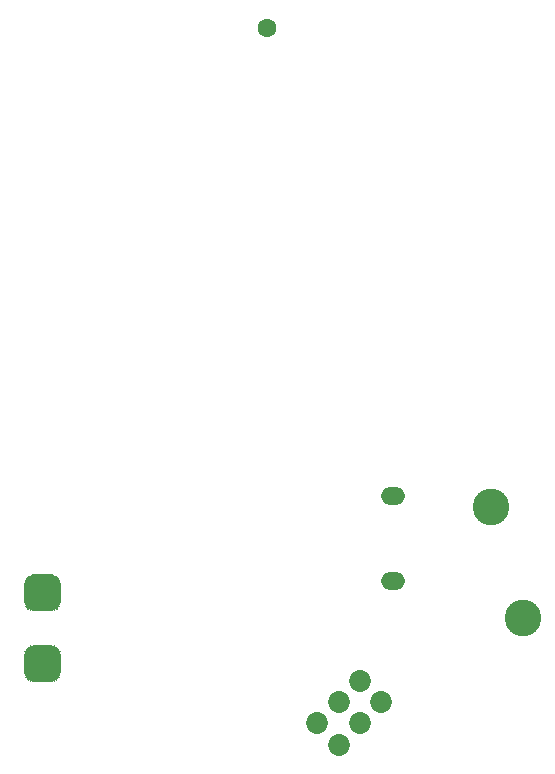
<source format=gbr>
G04 #@! TF.GenerationSoftware,KiCad,Pcbnew,(5.1.9)-1*
G04 #@! TF.CreationDate,2021-01-19T13:28:18-05:00*
G04 #@! TF.ProjectId,Star,53746172-2e6b-4696-9361-645f70636258,rev?*
G04 #@! TF.SameCoordinates,Original*
G04 #@! TF.FileFunction,Soldermask,Bot*
G04 #@! TF.FilePolarity,Negative*
%FSLAX46Y46*%
G04 Gerber Fmt 4.6, Leading zero omitted, Abs format (unit mm)*
G04 Created by KiCad (PCBNEW (5.1.9)-1) date 2021-01-19 13:28:18*
%MOMM*%
%LPD*%
G01*
G04 APERTURE LIST*
%ADD10C,3.101599*%
%ADD11O,2.051600X1.501600*%
%ADD12C,1.601600*%
%ADD13C,1.851600*%
%ADD14C,0.100000*%
G04 APERTURE END LIST*
D10*
X121700000Y-99100000D03*
D11*
X110640000Y-88825000D03*
X110640000Y-95975000D03*
D10*
X119000000Y-89750000D03*
D12*
X100000000Y-49170000D03*
D13*
X109673903Y-106269083D03*
X107877852Y-104473032D03*
X107877852Y-108065135D03*
X106081800Y-106269083D03*
X106081800Y-109861186D03*
X104285749Y-108065135D03*
G36*
G01*
X82550800Y-96224600D02*
X82550800Y-97775400D01*
G75*
G02*
X81775400Y-98550800I-775400J0D01*
G01*
X80224600Y-98550800D01*
G75*
G02*
X79449200Y-97775400I0J775400D01*
G01*
X79449200Y-96224600D01*
G75*
G02*
X80224600Y-95449200I775400J0D01*
G01*
X81775400Y-95449200D01*
G75*
G02*
X82550800Y-96224600I0J-775400D01*
G01*
G37*
G36*
G01*
X82550800Y-102224600D02*
X82550800Y-103775400D01*
G75*
G02*
X81775400Y-104550800I-775400J0D01*
G01*
X80224600Y-104550800D01*
G75*
G02*
X79449200Y-103775400I0J775400D01*
G01*
X79449200Y-102224600D01*
G75*
G02*
X80224600Y-101449200I775400J0D01*
G01*
X81775400Y-101449200D01*
G75*
G02*
X82550800Y-102224600I0J-775400D01*
G01*
G37*
D14*
G36*
X79451190Y-103775204D02*
G01*
X79466069Y-103926278D01*
X79510081Y-104071364D01*
X79581549Y-104205073D01*
X79677730Y-104322270D01*
X79794927Y-104418451D01*
X79928636Y-104489919D01*
X80073722Y-104533931D01*
X80224796Y-104548810D01*
X80226422Y-104549975D01*
X80226226Y-104551965D01*
X80224600Y-104552800D01*
X80167334Y-104552800D01*
X80167138Y-104552790D01*
X80022144Y-104538510D01*
X80021759Y-104538434D01*
X79888319Y-104497955D01*
X79887957Y-104497805D01*
X79764989Y-104432077D01*
X79764663Y-104431859D01*
X79656876Y-104343401D01*
X79656599Y-104343124D01*
X79568141Y-104235337D01*
X79567923Y-104235011D01*
X79502195Y-104112043D01*
X79502045Y-104111681D01*
X79461566Y-103978241D01*
X79461490Y-103977856D01*
X79447210Y-103832862D01*
X79447200Y-103832666D01*
X79447200Y-103775400D01*
X79448200Y-103773668D01*
X79450200Y-103773668D01*
X79451190Y-103775204D01*
G37*
G36*
X82551965Y-103773774D02*
G01*
X82552800Y-103775400D01*
X82552800Y-103832666D01*
X82552790Y-103832862D01*
X82538510Y-103977856D01*
X82538434Y-103978241D01*
X82497955Y-104111681D01*
X82497805Y-104112043D01*
X82432077Y-104235011D01*
X82431859Y-104235337D01*
X82343401Y-104343124D01*
X82343124Y-104343401D01*
X82235337Y-104431859D01*
X82235011Y-104432077D01*
X82112043Y-104497805D01*
X82111681Y-104497955D01*
X81978241Y-104538434D01*
X81977856Y-104538510D01*
X81832862Y-104552790D01*
X81832666Y-104552800D01*
X81775400Y-104552800D01*
X81773668Y-104551800D01*
X81773668Y-104549800D01*
X81775204Y-104548810D01*
X81926278Y-104533931D01*
X82071364Y-104489919D01*
X82205073Y-104418451D01*
X82322270Y-104322270D01*
X82418451Y-104205073D01*
X82489919Y-104071364D01*
X82533931Y-103926278D01*
X82548810Y-103775204D01*
X82549975Y-103773578D01*
X82551965Y-103773774D01*
G37*
G36*
X80226332Y-101448200D02*
G01*
X80226332Y-101450200D01*
X80224796Y-101451190D01*
X80073722Y-101466069D01*
X79928636Y-101510081D01*
X79794927Y-101581549D01*
X79677730Y-101677730D01*
X79581549Y-101794927D01*
X79510081Y-101928636D01*
X79466069Y-102073722D01*
X79451190Y-102224796D01*
X79450025Y-102226422D01*
X79448035Y-102226226D01*
X79447200Y-102224600D01*
X79447200Y-102167334D01*
X79447210Y-102167138D01*
X79461490Y-102022144D01*
X79461566Y-102021759D01*
X79502045Y-101888319D01*
X79502195Y-101887957D01*
X79567923Y-101764989D01*
X79568141Y-101764663D01*
X79656599Y-101656876D01*
X79656876Y-101656599D01*
X79764663Y-101568141D01*
X79764989Y-101567923D01*
X79887957Y-101502195D01*
X79888319Y-101502045D01*
X80021759Y-101461566D01*
X80022144Y-101461490D01*
X80167138Y-101447210D01*
X80167334Y-101447200D01*
X80224600Y-101447200D01*
X80226332Y-101448200D01*
G37*
G36*
X81832862Y-101447210D02*
G01*
X81977856Y-101461490D01*
X81978241Y-101461566D01*
X82111681Y-101502045D01*
X82112043Y-101502195D01*
X82235011Y-101567923D01*
X82235337Y-101568141D01*
X82343124Y-101656599D01*
X82343401Y-101656876D01*
X82431859Y-101764663D01*
X82432077Y-101764989D01*
X82497805Y-101887957D01*
X82497955Y-101888319D01*
X82538434Y-102021759D01*
X82538510Y-102022144D01*
X82552790Y-102167138D01*
X82552800Y-102167334D01*
X82552800Y-102224600D01*
X82551800Y-102226332D01*
X82549800Y-102226332D01*
X82548810Y-102224796D01*
X82533931Y-102073722D01*
X82489919Y-101928636D01*
X82418451Y-101794927D01*
X82322270Y-101677730D01*
X82205073Y-101581549D01*
X82071364Y-101510081D01*
X81926278Y-101466069D01*
X81775204Y-101451190D01*
X81773578Y-101450025D01*
X81773774Y-101448035D01*
X81775400Y-101447200D01*
X81832666Y-101447200D01*
X81832862Y-101447210D01*
G37*
G36*
X79451190Y-97775204D02*
G01*
X79466069Y-97926278D01*
X79510081Y-98071364D01*
X79581549Y-98205073D01*
X79677730Y-98322270D01*
X79794927Y-98418451D01*
X79928636Y-98489919D01*
X80073722Y-98533931D01*
X80224796Y-98548810D01*
X80226422Y-98549975D01*
X80226226Y-98551965D01*
X80224600Y-98552800D01*
X80167334Y-98552800D01*
X80167138Y-98552790D01*
X80022144Y-98538510D01*
X80021759Y-98538434D01*
X79888319Y-98497955D01*
X79887957Y-98497805D01*
X79764989Y-98432077D01*
X79764663Y-98431859D01*
X79656876Y-98343401D01*
X79656599Y-98343124D01*
X79568141Y-98235337D01*
X79567923Y-98235011D01*
X79502195Y-98112043D01*
X79502045Y-98111681D01*
X79461566Y-97978241D01*
X79461490Y-97977856D01*
X79447210Y-97832862D01*
X79447200Y-97832666D01*
X79447200Y-97775400D01*
X79448200Y-97773668D01*
X79450200Y-97773668D01*
X79451190Y-97775204D01*
G37*
G36*
X82551965Y-97773774D02*
G01*
X82552800Y-97775400D01*
X82552800Y-97832666D01*
X82552790Y-97832862D01*
X82538510Y-97977856D01*
X82538434Y-97978241D01*
X82497955Y-98111681D01*
X82497805Y-98112043D01*
X82432077Y-98235011D01*
X82431859Y-98235337D01*
X82343401Y-98343124D01*
X82343124Y-98343401D01*
X82235337Y-98431859D01*
X82235011Y-98432077D01*
X82112043Y-98497805D01*
X82111681Y-98497955D01*
X81978241Y-98538434D01*
X81977856Y-98538510D01*
X81832862Y-98552790D01*
X81832666Y-98552800D01*
X81775400Y-98552800D01*
X81773668Y-98551800D01*
X81773668Y-98549800D01*
X81775204Y-98548810D01*
X81926278Y-98533931D01*
X82071364Y-98489919D01*
X82205073Y-98418451D01*
X82322270Y-98322270D01*
X82418451Y-98205073D01*
X82489919Y-98071364D01*
X82533931Y-97926278D01*
X82548810Y-97775204D01*
X82549975Y-97773578D01*
X82551965Y-97773774D01*
G37*
G36*
X80226332Y-95448200D02*
G01*
X80226332Y-95450200D01*
X80224796Y-95451190D01*
X80073722Y-95466069D01*
X79928636Y-95510081D01*
X79794927Y-95581549D01*
X79677730Y-95677730D01*
X79581549Y-95794927D01*
X79510081Y-95928636D01*
X79466069Y-96073722D01*
X79451190Y-96224796D01*
X79450025Y-96226422D01*
X79448035Y-96226226D01*
X79447200Y-96224600D01*
X79447200Y-96167334D01*
X79447210Y-96167138D01*
X79461490Y-96022144D01*
X79461566Y-96021759D01*
X79502045Y-95888319D01*
X79502195Y-95887957D01*
X79567923Y-95764989D01*
X79568141Y-95764663D01*
X79656599Y-95656876D01*
X79656876Y-95656599D01*
X79764663Y-95568141D01*
X79764989Y-95567923D01*
X79887957Y-95502195D01*
X79888319Y-95502045D01*
X80021759Y-95461566D01*
X80022144Y-95461490D01*
X80167138Y-95447210D01*
X80167334Y-95447200D01*
X80224600Y-95447200D01*
X80226332Y-95448200D01*
G37*
G36*
X81832862Y-95447210D02*
G01*
X81977856Y-95461490D01*
X81978241Y-95461566D01*
X82111681Y-95502045D01*
X82112043Y-95502195D01*
X82235011Y-95567923D01*
X82235337Y-95568141D01*
X82343124Y-95656599D01*
X82343401Y-95656876D01*
X82431859Y-95764663D01*
X82432077Y-95764989D01*
X82497805Y-95887957D01*
X82497955Y-95888319D01*
X82538434Y-96021759D01*
X82538510Y-96022144D01*
X82552790Y-96167138D01*
X82552800Y-96167334D01*
X82552800Y-96224600D01*
X82551800Y-96226332D01*
X82549800Y-96226332D01*
X82548810Y-96224796D01*
X82533931Y-96073722D01*
X82489919Y-95928636D01*
X82418451Y-95794927D01*
X82322270Y-95677730D01*
X82205073Y-95581549D01*
X82071364Y-95510081D01*
X81926278Y-95466069D01*
X81775204Y-95451190D01*
X81773578Y-95450025D01*
X81773774Y-95448035D01*
X81775400Y-95447200D01*
X81832666Y-95447200D01*
X81832862Y-95447210D01*
G37*
M02*

</source>
